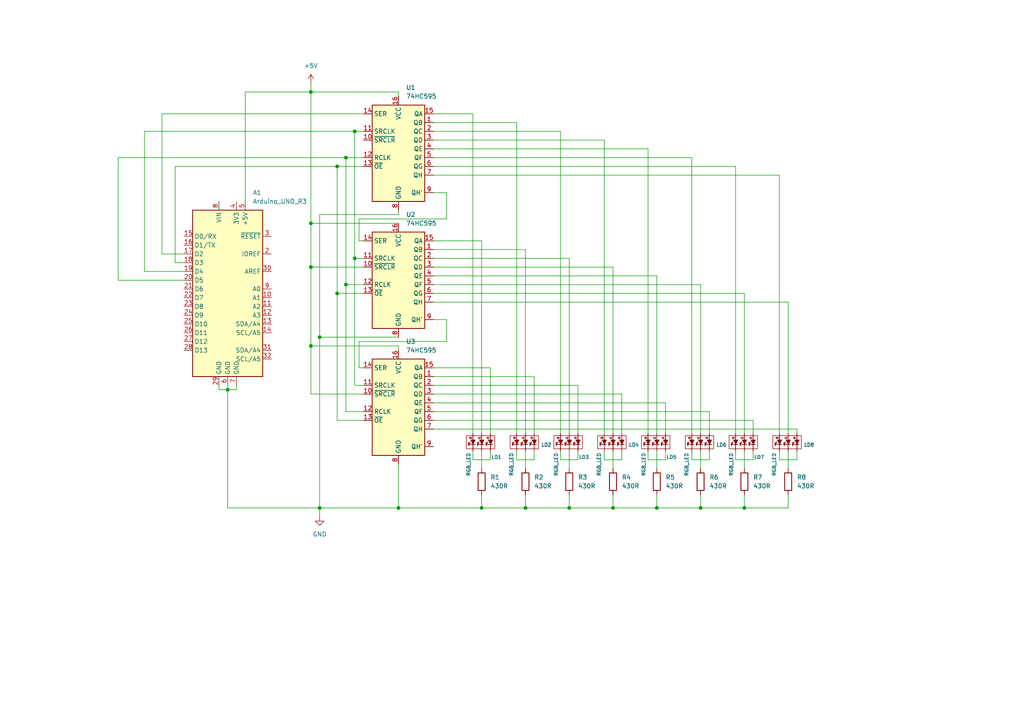
<source format=kicad_sch>
(kicad_sch (version 20231120) (generator "eeschema") (generator_version "8.0")
  (paper "A4")
  (lib_symbols
    (symbol "74xx:74HC595"
      (property "Reference" "U" (at -7.62 13.97 0))
      (property "Value" "74HC595" (at -7.62 -16.51 0))
      (symbol "74HC595_1_0"
        (pin tri_state line (at 10.16 7.62 180) (length 2.54) (name "QB") (number "1"))
        (pin input line (at -10.16 2.54 0) (length 2.54) (name "~{SRCLR}") (number "10"))
        (pin input line (at -10.16 5.08 0) (length 2.54) (name "SRCLK") (number "11"))
        (pin input line (at -10.16 -2.54 0) (length 2.54) (name "RCLK") (number "12"))
        (pin input line (at -10.16 -5.08 0) (length 2.54) (name "~{OE}") (number "13"))
        (pin input line (at -10.16 10.16 0) (length 2.54) (name "SER") (number "14"))
        (pin tri_state line (at 10.16 10.16 180) (length 2.54) (name "QA") (number "15"))
        (pin power_in line (at 0 15.24 270) (length 2.54) (name "VCC") (number "16"))
        (pin tri_state line (at 10.16 5.08 180) (length 2.54) (name "QC") (number "2"))
        (pin tri_state line (at 10.16 2.54 180) (length 2.54) (name "QD") (number "3"))
        (pin tri_state line (at 10.16 0 180) (length 2.54) (name "QE") (number "4"))
        (pin tri_state line (at 10.16 -2.54 180) (length 2.54) (name "QF") (number "5"))
        (pin tri_state line (at 10.16 -5.08 180) (length 2.54) (name "QG") (number "6"))
        (pin tri_state line (at 10.16 -7.62 180) (length 2.54) (name "QH") (number "7"))
        (pin power_in line (at 0 -17.78 90) (length 2.54) (name "GND") (number "8"))
        (pin output line (at 10.16 -12.7 180) (length 2.54) (name "QH'") (number "9"))
      )
      (symbol "74HC595_1_1"
        (rectangle (start -7.62 12.7) (end 7.62 -15.24) (stroke (width 0.254)) (fill (type background)))
      )
    )
    (symbol "Device:R" (pin_numbers hide) (pin_names (offset 0))
      (property "Reference" "R" (at 2.032 0 90))
      (property "Value" "R" (at 0 0 90))
      (symbol "R_0_1"
        (rectangle (start -1.016 -2.54) (end 1.016 2.54) (stroke (width 0.254)))
      )
      (symbol "R_1_1"
        (pin passive line (at 0 3.81 270) (length 1.27) (name "~") (number "1"))
        (pin passive line (at 0 -3.81 90) (length 1.27) (name "~") (number "2"))
      )
    )
    (symbol "MCU_Module:Arduino_UNO_R3"
      (property "Reference" "A" (at -10.16 23.495 0))
      (property "Value" "Arduino_UNO_R3" (at 5.08 -26.67 0))
      (symbol "Arduino_UNO_R3_0_1"
        (rectangle (start -10.16 22.86) (end 10.16 -25.4) (stroke (width 0.254)) (fill (type background)))
      )
      (symbol "Arduino_UNO_R3_1_1"
        (pin no_connect line (at -10.16 -20.32 0) (length 2.54) hide (name "NC") (number "1"))
        (pin bidirectional line (at 12.7 -2.54 180) (length 2.54) (name "A1") (number "10"))
        (pin bidirectional line (at 12.7 -5.08 180) (length 2.54) (name "A2") (number "11"))
        (pin bidirectional line (at 12.7 -7.62 180) (length 2.54) (name "A3") (number "12"))
        (pin bidirectional line (at 12.7 -10.16 180) (length 2.54) (name "SDA/A4") (number "13"))
        (pin bidirectional line (at 12.7 -12.7 180) (length 2.54) (name "SCL/A5") (number "14"))
        (pin bidirectional line (at -12.7 15.24 0) (length 2.54) (name "D0/RX") (number "15"))
        (pin bidirectional line (at -12.7 12.7 0) (length 2.54) (name "D1/TX") (number "16"))
        (pin bidirectional line (at -12.7 10.16 0) (length 2.54) (name "D2") (number "17"))
        (pin bidirectional line (at -12.7 7.62 0) (length 2.54) (name "D3") (number "18"))
        (pin bidirectional line (at -12.7 5.08 0) (length 2.54) (name "D4") (number "19"))
        (pin output line (at 12.7 10.16 180) (length 2.54) (name "IOREF") (number "2"))
        (pin bidirectional line (at -12.7 2.54 0) (length 2.54) (name "D5") (number "20"))
        (pin bidirectional line (at -12.7 0 0) (length 2.54) (name "D6") (number "21"))
        (pin bidirectional line (at -12.7 -2.54 0) (length 2.54) (name "D7") (number "22"))
        (pin bidirectional line (at -12.7 -5.08 0) (length 2.54) (name "D8") (number "23"))
        (pin bidirectional line (at -12.7 -7.62 0) (length 2.54) (name "D9") (number "24"))
        (pin bidirectional line (at -12.7 -10.16 0) (length 2.54) (name "D10") (number "25"))
        (pin bidirectional line (at -12.7 -12.7 0) (length 2.54) (name "D11") (number "26"))
        (pin bidirectional line (at -12.7 -15.24 0) (length 2.54) (name "D12") (number "27"))
        (pin bidirectional line (at -12.7 -17.78 0) (length 2.54) (name "D13") (number "28"))
        (pin power_in line (at -2.54 -27.94 90) (length 2.54) (name "GND") (number "29"))
        (pin input line (at 12.7 15.24 180) (length 2.54) (name "~{RESET}") (number "3"))
        (pin input line (at 12.7 5.08 180) (length 2.54) (name "AREF") (number "30"))
        (pin bidirectional line (at 12.7 -17.78 180) (length 2.54) (name "SDA/A4") (number "31"))
        (pin bidirectional line (at 12.7 -20.32 180) (length 2.54) (name "SCL/A5") (number "32"))
        (pin power_out line (at 2.54 25.4 270) (length 2.54) (name "3V3") (number "4"))
        (pin power_out line (at 5.08 25.4 270) (length 2.54) (name "+5V") (number "5"))
        (pin power_in line (at 0 -27.94 90) (length 2.54) (name "GND") (number "6"))
        (pin power_in line (at 2.54 -27.94 90) (length 2.54) (name "GND") (number "7"))
        (pin power_in line (at -2.54 25.4 270) (length 2.54) (name "VIN") (number "8"))
        (pin bidirectional line (at 12.7 0 180) (length 2.54) (name "A0") (number "9"))
      )
    )
    (symbol "power:+5V" (power) (pin_numbers hide) (pin_names (offset 0) hide)
      (property "Value" "+5V" (at 0 3.556 0))
      (symbol "+5V_0_1"
        (polyline (pts (xy -0.762 1.27) (xy 0 2.54)))
        (polyline (pts (xy 0 0) (xy 0 2.54)))
        (polyline (pts (xy 0 2.54) (xy 0.762 1.27)))
      )
      (symbol "+5V_1_1"
        (pin power_in line (at 0 0 90) (length 0) (name "~") (number "1"))
      )
    )
    (symbol "power:GND" (power) (pin_numbers hide) (pin_names (offset 0) hide)
      (property "Value" "GND" (at 0 -3.81 0))
      (symbol "GND_0_1"
        (polyline (pts (xy 0 0) (xy 0 -1.27) (xy 1.27 -1.27) (xy 0 -2.54) (xy -1.27 -1.27) (xy 0 -1.27)))
      )
      (symbol "GND_1_1"
        (pin power_in line (at 0 0 270) (length 0) (name "~") (number "1"))
      )
    )
    (symbol "w_opto:RGB_LED" (pin_numbers hide) (pin_names (offset 1.016) hide)
      (property "Reference" "LD" (at 0 5.08 0))
      (property "Value" "RGB_LED" (at 0 -5.842 0))
      (symbol "RGB_LED_0_0"
        (rectangle (start 1.905 3.81) (end -1.905 -4.445))
        (text "B" (at -1.27 -3.175 0) (effects (font (size 0.635 0.635))))
        (text "G" (at -1.27 -0.635 0) (effects (font (size 0.635 0.635))))
        (text "R" (at -1.27 1.905 0) (effects (font (size 0.635 0.635))))
      )
      (symbol "RGB_LED_0_1"
        (polyline (pts (xy -0.127 -3.302) (xy 0.381 -3.81) (xy 0.381 -3.81)))
        (polyline (pts (xy -0.127 -3.302) (xy 0.381 -3.81) (xy 0.381 -3.81)))
        (polyline (pts (xy -0.127 -0.762) (xy 0.381 -1.27) (xy 0.381 -1.27)))
        (polyline (pts (xy -0.127 -0.762) (xy 0.381 -1.27) (xy 0.381 -1.27)))
        (polyline (pts (xy -0.127 1.778) (xy 0.381 1.27) (xy 0.381 1.27)))
        (polyline (pts (xy -0.127 1.778) (xy 0.381 1.27) (xy 0.381 1.27)))
        (polyline (pts (xy 0.381 -3.302) (xy 0.889 -3.81) (xy 0.889 -3.81)))
        (polyline (pts (xy 0.381 -3.302) (xy 0.889 -3.81) (xy 0.889 -3.81)))
        (polyline (pts (xy 0.381 -0.762) (xy 0.889 -1.27) (xy 0.889 -1.27)))
        (polyline (pts (xy 0.381 -0.762) (xy 0.889 -1.27) (xy 0.889 -1.27)))
        (polyline (pts (xy 0.381 1.778) (xy 0.889 1.27) (xy 0.889 1.27)))
        (polyline (pts (xy 0.381 1.778) (xy 0.889 1.27) (xy 0.889 1.27)))
        (polyline (pts (xy 0.635 -3.175) (xy 0.635 -1.905) (xy 0.635 -1.905)))
        (polyline (pts (xy 0.635 -3.175) (xy 0.635 -1.905) (xy 0.635 -1.905)))
        (polyline (pts (xy 0.635 -0.635) (xy 0.635 0.635) (xy 0.635 0.635)))
        (polyline (pts (xy 0.635 -0.635) (xy 0.635 0.635) (xy 0.635 0.635)))
        (polyline (pts (xy 0.635 1.905) (xy 0.635 3.175) (xy 0.635 3.175)))
        (polyline (pts (xy 0.635 1.905) (xy 0.635 3.175) (xy 0.635 3.175)))
        (polyline (pts (xy 0.635 -2.54) (xy -0.635 -1.905) (xy -0.635 -3.175) (xy -0.635 -3.175)) (fill (type outline)))
        (polyline (pts (xy 0.635 -2.54) (xy -0.635 -1.905) (xy -0.635 -3.175) (xy -0.635 -3.175)) (fill (type outline)))
        (polyline (pts (xy 0.635 0) (xy -0.635 0.635) (xy -0.635 -0.635) (xy -0.635 -0.635)) (fill (type outline)))
        (polyline (pts (xy 0.635 0) (xy -0.635 0.635) (xy -0.635 -0.635) (xy -0.635 -0.635)) (fill (type outline)))
        (polyline (pts (xy 0.635 2.54) (xy -0.635 3.175) (xy -0.635 1.905) (xy -0.635 1.905)) (fill (type outline)))
        (polyline (pts (xy 0.635 2.54) (xy -0.635 3.175) (xy -0.635 1.905) (xy -0.635 1.905)) (fill (type outline)))
        (polyline (pts (xy 0.889 -3.81) (xy 0.635 -3.81) (xy 0.889 -3.556) (xy 0.889 -3.81) (xy 0.889 -3.81)) (fill (type outline)))
        (polyline (pts (xy 0.889 -3.81) (xy 0.635 -3.81) (xy 0.889 -3.556) (xy 0.889 -3.81) (xy 0.889 -3.81)) (fill (type outline)))
        (polyline (pts (xy 0.889 -1.27) (xy 0.635 -1.27) (xy 0.889 -1.016) (xy 0.889 -1.27) (xy 0.889 -1.27)) (fill (type outline)))
        (polyline (pts (xy 0.889 -1.27) (xy 0.635 -1.27) (xy 0.889 -1.016) (xy 0.889 -1.27) (xy 0.889 -1.27)) (fill (type outline)))
        (polyline (pts (xy 0.889 1.27) (xy 0.635 1.27) (xy 0.889 1.524) (xy 0.889 1.27) (xy 0.889 1.27)) (fill (type outline)))
        (polyline (pts (xy 0.889 1.27) (xy 0.635 1.27) (xy 0.889 1.524) (xy 0.889 1.27) (xy 0.889 1.27)) (fill (type outline)))
        (polyline (pts (xy 0.381 -3.81) (xy 0.127 -3.81) (xy 0.381 -3.556) (xy 0.381 -3.81) (xy 0.381 -3.81) (xy 0.381 -3.81)) (fill (type outline)))
        (polyline (pts (xy 0.381 -3.81) (xy 0.127 -3.81) (xy 0.381 -3.556) (xy 0.381 -3.81) (xy 0.381 -3.81) (xy 0.381 -3.81)) (fill (type outline)))
        (polyline (pts (xy 0.381 -1.27) (xy 0.127 -1.27) (xy 0.381 -1.016) (xy 0.381 -1.27) (xy 0.381 -1.27) (xy 0.381 -1.27)) (fill (type outline)))
        (polyline (pts (xy 0.381 -1.27) (xy 0.127 -1.27) (xy 0.381 -1.016) (xy 0.381 -1.27) (xy 0.381 -1.27) (xy 0.381 -1.27)) (fill (type outline)))
        (polyline (pts (xy 0.381 1.27) (xy 0.127 1.27) (xy 0.381 1.524) (xy 0.381 1.27) (xy 0.381 1.27) (xy 0.381 1.27)) (fill (type outline)))
        (polyline (pts (xy 0.381 1.27) (xy 0.127 1.27) (xy 0.381 1.524) (xy 0.381 1.27) (xy 0.381 1.27) (xy 0.381 1.27)) (fill (type outline)))
      )
      (symbol "RGB_LED_1_1"
        (pin passive line (at -2.54 2.54 0) (length 2.0066) (name "AR") (number "1"))
        (pin passive line (at -2.54 0 0) (length 2.0066) (name "AG") (number "2"))
        (pin passive line (at -2.54 -2.54 0) (length 2.0066) (name "AB") (number "3"))
        (pin passive line (at 2.54 -2.54 180) (length 2.0066) (name "KB") (number "4"))
        (pin passive line (at 2.54 0 180) (length 2.0066) (name "KG") (number "5"))
        (pin passive line (at 2.54 2.54 180) (length 2.0066) (name "KR") (number "6"))
      )
    )
  )
  (junction (at 190.5 147.32))
  (junction (at 203.2 147.32))
  (junction (at 97.79 48.26))
  (junction (at 102.87 38.1))
  (junction (at 92.71 147.32))
  (junction (at 90.17 26.67))
  (junction (at 177.8 147.32))
  (junction (at 90.17 77.47))
  (junction (at 92.71 97.79))
  (junction (at 215.9 147.32))
  (junction (at 100.33 45.72))
  (junction (at 139.7 147.32))
  (junction (at 90.17 100.33))
  (junction (at 152.4 147.32))
  (junction (at 165.1 147.32))
  (junction (at 90.17 64.77))
  (junction (at 100.33 82.55))
  (junction (at 115.57 147.32))
  (junction (at 66.04 113.03))
  (junction (at 102.87 74.93))
  (junction (at 97.79 85.09))
  (wire (pts (xy 97.79 85.09) (xy 97.79 121.92)))
  (wire (pts (xy 149.86 130.81) (xy 149.86 133.35)))
  (wire (pts (xy 187.96 133.35) (xy 193.04 133.35)))
  (wire (pts (xy 215.9 85.09) (xy 215.9 125.73)))
  (wire (pts (xy 97.79 48.26) (xy 105.41 48.26)))
  (wire (pts (xy 165.1 143.51) (xy 165.1 147.32)))
  (wire (pts (xy 203.2 82.55) (xy 203.2 125.73)))
  (wire (pts (xy 125.73 124.46) (xy 231.14 124.46)))
  (wire (pts (xy 162.56 130.81) (xy 162.56 133.35)))
  (wire (pts (xy 125.73 80.01) (xy 190.5 80.01)))
  (wire (pts (xy 50.8 76.2) (xy 50.8 48.26)))
  (wire (pts (xy 100.33 82.55) (xy 105.41 82.55)))
  (wire (pts (xy 63.5 111.76) (xy 63.5 113.03)))
  (wire (pts (xy 100.33 45.72) (xy 105.41 45.72)))
  (wire (pts (xy 213.36 48.26) (xy 213.36 125.73)))
  (wire (pts (xy 125.73 116.84) (xy 193.04 116.84)))
  (wire (pts (xy 180.34 114.3) (xy 180.34 125.73)))
  (wire (pts (xy 203.2 130.81) (xy 203.2 135.89)))
  (wire (pts (xy 115.57 147.32) (xy 139.7 147.32)))
  (wire (pts (xy 149.86 133.35) (xy 154.94 133.35)))
  (wire (pts (xy 165.1 130.81) (xy 165.1 135.89)))
  (wire (pts (xy 92.71 62.23) (xy 92.71 97.79)))
  (wire (pts (xy 200.66 133.35) (xy 205.74 133.35)))
  (wire (pts (xy 104.14 106.68) (xy 105.41 106.68)))
  (wire (pts (xy 92.71 97.79) (xy 92.71 147.32)))
  (wire (pts (xy 218.44 121.92) (xy 218.44 125.73)))
  (wire (pts (xy 125.73 82.55) (xy 203.2 82.55)))
  (wire (pts (xy 226.06 133.35) (xy 231.14 133.35)))
  (wire (pts (xy 180.34 133.35) (xy 180.34 130.81)))
  (wire (pts (xy 105.41 119.38) (xy 100.33 119.38)))
  (wire (pts (xy 149.86 35.56) (xy 149.86 125.73)))
  (wire (pts (xy 34.29 81.28) (xy 34.29 45.72)))
  (wire (pts (xy 34.29 45.72) (xy 100.33 45.72)))
  (wire (pts (xy 125.73 33.02) (xy 137.16 33.02)))
  (wire (pts (xy 129.54 55.88) (xy 129.54 63.5)))
  (wire (pts (xy 193.04 116.84) (xy 193.04 125.73)))
  (wire (pts (xy 102.87 38.1) (xy 41.91 38.1)))
  (wire (pts (xy 100.33 82.55) (xy 100.33 119.38)))
  (wire (pts (xy 152.4 72.39) (xy 152.4 125.73)))
  (wire (pts (xy 190.5 147.32) (xy 203.2 147.32)))
  (wire (pts (xy 125.73 77.47) (xy 177.8 77.47)))
  (wire (pts (xy 105.41 114.3) (xy 90.17 114.3)))
  (wire (pts (xy 175.26 40.64) (xy 175.26 125.73)))
  (wire (pts (xy 115.57 134.62) (xy 115.57 147.32)))
  (wire (pts (xy 177.8 77.47) (xy 177.8 125.73)))
  (wire (pts (xy 97.79 85.09) (xy 105.41 85.09)))
  (wire (pts (xy 105.41 38.1) (xy 102.87 38.1)))
  (wire (pts (xy 46.99 33.02) (xy 46.99 73.66)))
  (wire (pts (xy 167.64 133.35) (xy 167.64 130.81)))
  (wire (pts (xy 125.73 85.09) (xy 215.9 85.09)))
  (wire (pts (xy 125.73 38.1) (xy 162.56 38.1)))
  (wire (pts (xy 129.54 63.5) (xy 104.14 63.5)))
  (wire (pts (xy 228.6 87.63) (xy 228.6 125.73)))
  (wire (pts (xy 152.4 147.32) (xy 139.7 147.32)))
  (wire (pts (xy 90.17 100.33) (xy 90.17 114.3)))
  (wire (pts (xy 125.73 92.71) (xy 129.54 92.71)))
  (wire (pts (xy 125.73 87.63) (xy 228.6 87.63)))
  (wire (pts (xy 177.8 143.51) (xy 177.8 147.32)))
  (wire (pts (xy 66.04 147.32) (xy 66.04 113.03)))
  (wire (pts (xy 125.73 72.39) (xy 152.4 72.39)))
  (wire (pts (xy 63.5 113.03) (xy 66.04 113.03)))
  (wire (pts (xy 104.14 99.06) (xy 129.54 99.06)))
  (wire (pts (xy 41.91 38.1) (xy 41.91 78.74)))
  (wire (pts (xy 215.9 147.32) (xy 228.6 147.32)))
  (wire (pts (xy 205.74 119.38) (xy 205.74 125.73)))
  (wire (pts (xy 154.94 109.22) (xy 154.94 125.73)))
  (wire (pts (xy 125.73 106.68) (xy 142.24 106.68)))
  (wire (pts (xy 200.66 45.72) (xy 200.66 125.73)))
  (wire (pts (xy 71.12 58.42) (xy 71.12 26.67)))
  (wire (pts (xy 215.9 143.51) (xy 215.9 147.32)))
  (wire (pts (xy 102.87 74.93) (xy 102.87 111.76)))
  (wire (pts (xy 177.8 147.32) (xy 165.1 147.32)))
  (wire (pts (xy 139.7 130.81) (xy 139.7 135.89)))
  (wire (pts (xy 92.71 147.32) (xy 66.04 147.32)))
  (wire (pts (xy 90.17 77.47) (xy 90.17 100.33)))
  (wire (pts (xy 193.04 133.35) (xy 193.04 130.81)))
  (wire (pts (xy 125.73 114.3) (xy 180.34 114.3)))
  (wire (pts (xy 53.34 81.28) (xy 34.29 81.28)))
  (wire (pts (xy 68.58 113.03) (xy 68.58 111.76)))
  (wire (pts (xy 53.34 76.2) (xy 50.8 76.2)))
  (wire (pts (xy 226.06 130.81) (xy 226.06 133.35)))
  (wire (pts (xy 213.36 133.35) (xy 218.44 133.35)))
  (wire (pts (xy 190.5 130.81) (xy 190.5 135.89)))
  (wire (pts (xy 105.41 33.02) (xy 46.99 33.02)))
  (wire (pts (xy 90.17 64.77) (xy 90.17 26.67)))
  (wire (pts (xy 92.71 147.32) (xy 115.57 147.32)))
  (wire (pts (xy 175.26 133.35) (xy 180.34 133.35)))
  (wire (pts (xy 90.17 77.47) (xy 105.41 77.47)))
  (wire (pts (xy 165.1 74.93) (xy 165.1 125.73)))
  (wire (pts (xy 92.71 97.79) (xy 115.57 97.79)))
  (wire (pts (xy 102.87 74.93) (xy 105.41 74.93)))
  (wire (pts (xy 115.57 62.23) (xy 92.71 62.23)))
  (wire (pts (xy 142.24 106.68) (xy 142.24 125.73)))
  (wire (pts (xy 46.99 73.66) (xy 53.34 73.66)))
  (wire (pts (xy 203.2 147.32) (xy 215.9 147.32)))
  (wire (pts (xy 203.2 143.51) (xy 203.2 147.32)))
  (wire (pts (xy 165.1 147.32) (xy 152.4 147.32)))
  (wire (pts (xy 100.33 45.72) (xy 100.33 82.55)))
  (wire (pts (xy 125.73 111.76) (xy 167.64 111.76)))
  (wire (pts (xy 162.56 38.1) (xy 162.56 125.73)))
  (wire (pts (xy 66.04 113.03) (xy 68.58 113.03)))
  (wire (pts (xy 90.17 26.67) (xy 115.57 26.67)))
  (wire (pts (xy 177.8 147.32) (xy 190.5 147.32)))
  (wire (pts (xy 50.8 48.26) (xy 97.79 48.26)))
  (wire (pts (xy 104.14 69.85) (xy 105.41 69.85)))
  (wire (pts (xy 90.17 24.13) (xy 90.17 26.67)))
  (wire (pts (xy 125.73 50.8) (xy 226.06 50.8)))
  (wire (pts (xy 105.41 111.76) (xy 102.87 111.76)))
  (wire (pts (xy 215.9 130.81) (xy 215.9 135.89)))
  (wire (pts (xy 231.14 124.46) (xy 231.14 125.73)))
  (wire (pts (xy 104.14 99.06) (xy 104.14 106.68)))
  (wire (pts (xy 177.8 130.81) (xy 177.8 135.89)))
  (wire (pts (xy 90.17 64.77) (xy 90.17 77.47)))
  (wire (pts (xy 154.94 133.35) (xy 154.94 130.81)))
  (wire (pts (xy 129.54 92.71) (xy 129.54 99.06)))
  (wire (pts (xy 97.79 48.26) (xy 97.79 85.09)))
  (wire (pts (xy 139.7 147.32) (xy 139.7 143.51)))
  (wire (pts (xy 90.17 100.33) (xy 115.57 100.33)))
  (wire (pts (xy 115.57 100.33) (xy 115.57 101.6)))
  (wire (pts (xy 152.4 143.51) (xy 152.4 147.32)))
  (wire (pts (xy 71.12 26.67) (xy 90.17 26.67)))
  (wire (pts (xy 125.73 35.56) (xy 149.86 35.56)))
  (wire (pts (xy 125.73 45.72) (xy 200.66 45.72)))
  (wire (pts (xy 115.57 26.67) (xy 115.57 27.94)))
  (wire (pts (xy 167.64 111.76) (xy 167.64 125.73)))
  (wire (pts (xy 137.16 33.02) (xy 137.16 125.73)))
  (wire (pts (xy 125.73 55.88) (xy 129.54 55.88)))
  (wire (pts (xy 125.73 109.22) (xy 154.94 109.22)))
  (wire (pts (xy 115.57 64.77) (xy 90.17 64.77)))
  (wire (pts (xy 92.71 147.32) (xy 92.71 149.86)))
  (wire (pts (xy 97.79 121.92) (xy 105.41 121.92)))
  (wire (pts (xy 175.26 130.81) (xy 175.26 133.35)))
  (wire (pts (xy 115.57 60.96) (xy 115.57 62.23)))
  (wire (pts (xy 187.96 43.18) (xy 187.96 125.73)))
  (wire (pts (xy 190.5 143.51) (xy 190.5 147.32)))
  (wire (pts (xy 66.04 111.76) (xy 66.04 113.03)))
  (wire (pts (xy 231.14 133.35) (xy 231.14 130.81)))
  (wire (pts (xy 200.66 130.81) (xy 200.66 133.35)))
  (wire (pts (xy 139.7 69.85) (xy 139.7 125.73)))
  (wire (pts (xy 228.6 130.81) (xy 228.6 135.89)))
  (wire (pts (xy 125.73 40.64) (xy 175.26 40.64)))
  (wire (pts (xy 228.6 143.51) (xy 228.6 147.32)))
  (wire (pts (xy 125.73 48.26) (xy 213.36 48.26)))
  (wire (pts (xy 41.91 78.74) (xy 53.34 78.74)))
  (wire (pts (xy 137.16 130.81) (xy 137.16 133.35)))
  (wire (pts (xy 125.73 69.85) (xy 139.7 69.85)))
  (wire (pts (xy 102.87 38.1) (xy 102.87 74.93)))
  (wire (pts (xy 226.06 50.8) (xy 226.06 125.73)))
  (wire (pts (xy 187.96 130.81) (xy 187.96 133.35)))
  (wire (pts (xy 205.74 133.35) (xy 205.74 130.81)))
  (wire (pts (xy 125.73 119.38) (xy 205.74 119.38)))
  (wire (pts (xy 137.16 133.35) (xy 142.24 133.35)))
  (wire (pts (xy 162.56 133.35) (xy 167.64 133.35)))
  (wire (pts (xy 125.73 121.92) (xy 218.44 121.92)))
  (wire (pts (xy 125.73 74.93) (xy 165.1 74.93)))
  (wire (pts (xy 190.5 80.01) (xy 190.5 125.73)))
  (wire (pts (xy 142.24 133.35) (xy 142.24 130.81)))
  (wire (pts (xy 213.36 130.81) (xy 213.36 133.35)))
  (wire (pts (xy 104.14 63.5) (xy 104.14 69.85)))
  (wire (pts (xy 152.4 130.81) (xy 152.4 135.89)))
  (wire (pts (xy 218.44 133.35) (xy 218.44 130.81)))
  (wire (pts (xy 125.73 43.18) (xy 187.96 43.18)))
  (symbol (lib_id "Device:R") (at 165.1 139.7 0) (unit 1)
    (property "Reference" "R3" (at 167.64 138.4299 0) (effects (justify left)))
    (property "Value" "430R" (at 167.64 140.9699 0) (effects (justify left)))
    (property "Description" "Resistor" (effects (hide yes)))
  )
  (symbol (lib_id "w_opto:RGB_LED") (at 215.9 128.27 270) (unit 1)
    (property "Reference" "LD7" (at 218.694 132.588 90) (effects (font (size 1.016 1.016)) (justify left)))
    (property "Value" "RGB_LED" (at 212.09 131.318 0) (effects (font (size 1.016 1.016)) (justify left)))
    (property "Description" "RGB LED" (effects (hide yes)))
  )
  (symbol (lib_id "power:GND") (at 92.71 149.86 0) (unit 1)
    (property "Reference" "#PWR01" (effects (hide yes)))
    (property "Value" "GND" (at 92.71 154.94 0))
    (property "Description" "Power symbol creates a global label with name \"GND\" , ground" (effects (hide yes)))
  )
  (symbol (lib_id "w_opto:RGB_LED") (at 203.2 128.27 270) (unit 1)
    (property "Reference" "LD6" (at 207.772 129.032 90) (effects (font (size 1.016 1.016)) (justify left)))
    (property "Value" "RGB_LED" (at 199.136 131.318 0) (effects (font (size 1.016 1.016)) (justify left)))
    (property "Description" "RGB LED" (effects (hide yes)))
  )
  (symbol (lib_id "w_opto:RGB_LED") (at 177.8 128.27 270) (unit 1)
    (property "Reference" "LD4" (at 182.372 129.032 90) (effects (font (size 1.016 1.016)) (justify left)))
    (property "Value" "RGB_LED" (at 173.736 131.318 0) (effects (font (size 1.016 1.016)) (justify left)))
    (property "Description" "RGB LED" (effects (hide yes)))
  )
  (symbol (lib_id "Device:R") (at 152.4 139.7 0) (unit 1)
    (property "Reference" "R2" (at 154.94 138.4299 0) (effects (justify left)))
    (property "Value" "430R" (at 154.94 140.9699 0) (effects (justify left)))
    (property "Description" "Resistor" (effects (hide yes)))
  )
  (symbol (lib_id "74xx:74HC595") (at 115.57 43.18 0) (unit 1)
    (property "Reference" "U1" (at 117.7641 25.4 0) (effects (justify left)))
    (property "Value" "74HC595" (at 117.7641 27.94 0) (effects (justify left)))
    (property "Datasheet" "http://www.ti.com/lit/ds/symlink/sn74hc595.pdf" (effects (hide yes)))
    (property "Description" "8-bit serial in/out Shift Register 3-State Outputs" (effects (hide yes)))
  )
  (symbol (lib_id "w_opto:RGB_LED") (at 165.1 128.27 270) (unit 1)
    (property "Reference" "LD3" (at 167.894 132.588 90) (effects (font (size 1.016 1.016)) (justify left)))
    (property "Value" "RGB_LED" (at 161.29 131.318 0) (effects (font (size 1.016 1.016)) (justify left)))
    (property "Description" "RGB LED" (effects (hide yes)))
  )
  (symbol (lib_id "Device:R") (at 228.6 139.7 0) (unit 1)
    (property "Reference" "R8" (at 231.14 138.4299 0) (effects (justify left)))
    (property "Value" "430R" (at 231.14 140.9699 0) (effects (justify left)))
    (property "Description" "Resistor" (effects (hide yes)))
  )
  (symbol (lib_id "w_opto:RGB_LED") (at 152.4 128.27 270) (unit 1)
    (property "Reference" "LD2" (at 156.972 129.032 90) (effects (font (size 1.016 1.016)) (justify left)))
    (property "Value" "RGB_LED" (at 148.336 131.318 0) (effects (font (size 1.016 1.016)) (justify left)))
    (property "Description" "RGB LED" (effects (hide yes)))
  )
  (symbol (lib_id "Device:R") (at 139.7 139.7 0) (unit 1)
    (property "Reference" "R1" (at 142.24 138.4299 0) (effects (justify left)))
    (property "Value" "430R" (at 142.24 140.9699 0) (effects (justify left)))
    (property "Description" "Resistor" (effects (hide yes)))
  )
  (symbol (lib_id "74xx:74HC595") (at 115.57 116.84 0) (unit 1)
    (property "Reference" "U3" (at 117.7641 99.06 0) (effects (justify left)))
    (property "Value" "74HC595" (at 117.7641 101.6 0) (effects (justify left)))
    (property "Datasheet" "http://www.ti.com/lit/ds/symlink/sn74hc595.pdf" (effects (hide yes)))
    (property "Description" "8-bit serial in/out Shift Register 3-State Outputs" (effects (hide yes)))
  )
  (symbol (lib_id "w_opto:RGB_LED") (at 139.7 128.27 270) (unit 1)
    (property "Reference" "LD1" (at 142.494 132.588 90) (effects (font (size 1.016 1.016)) (justify left)))
    (property "Value" "RGB_LED" (at 135.89 131.318 0) (effects (font (size 1.016 1.016)) (justify left)))
    (property "Description" "RGB LED" (effects (hide yes)))
  )
  (symbol (lib_id "w_opto:RGB_LED") (at 190.5 128.27 270) (unit 1)
    (property "Reference" "LD5" (at 193.294 132.588 90) (effects (font (size 1.016 1.016)) (justify left)))
    (property "Value" "RGB_LED" (at 186.69 131.318 0) (effects (font (size 1.016 1.016)) (justify left)))
    (property "Description" "RGB LED" (effects (hide yes)))
  )
  (symbol (lib_id "Device:R") (at 215.9 139.7 0) (unit 1)
    (property "Reference" "R7" (at 218.44 138.4299 0) (effects (justify left)))
    (property "Value" "430R" (at 218.44 140.9699 0) (effects (justify left)))
    (property "Description" "Resistor" (effects (hide yes)))
  )
  (symbol (lib_id "Device:R") (at 177.8 139.7 0) (unit 1)
    (property "Reference" "R4" (at 180.34 138.4299 0) (effects (justify left)))
    (property "Value" "430R" (at 180.34 140.9699 0) (effects (justify left)))
    (property "Description" "Resistor" (effects (hide yes)))
  )
  (symbol (lib_id "w_opto:RGB_LED") (at 228.6 128.27 270) (unit 1)
    (property "Reference" "LD8" (at 233.172 129.032 90) (effects (font (size 1.016 1.016)) (justify left)))
    (property "Value" "RGB_LED" (at 224.536 131.318 0) (effects (font (size 1.016 1.016)) (justify left)))
    (property "Description" "RGB LED" (effects (hide yes)))
  )
  (symbol (lib_id "MCU_Module:Arduino_UNO_R3") (at 66.04 83.82 0) (unit 1)
    (property "Reference" "A1" (at 73.3141 55.88 0) (effects (justify left)))
    (property "Value" "Arduino_UNO_R3" (at 73.3141 58.42 0) (effects (justify left)))
    (property "Footprint" "Module:Arduino_UNO_R3" (effects (hide yes)))
    (property "Datasheet" "https://www.arduino.cc/en/Main/arduinoBoardUno" (effects (hide yes)))
    (property "Description" "Arduino UNO Microcontroller Module, release 3" (effects (hide yes)))
  )
  (symbol (lib_id "Device:R") (at 203.2 139.7 0) (unit 1)
    (property "Reference" "R6" (at 205.74 138.4299 0) (effects (justify left)))
    (property "Value" "430R" (at 205.74 140.9699 0) (effects (justify left)))
    (property "Description" "Resistor" (effects (hide yes)))
  )
  (symbol (lib_id "74xx:74HC595") (at 115.57 80.01 0) (unit 1)
    (property "Reference" "U2" (at 117.7641 62.23 0) (effects (justify left)))
    (property "Value" "74HC595" (at 117.7641 64.77 0) (effects (justify left)))
    (property "Datasheet" "http://www.ti.com/lit/ds/symlink/sn74hc595.pdf" (effects (hide yes)))
    (property "Description" "8-bit serial in/out Shift Register 3-State Outputs" (effects (hide yes)))
  )
  (symbol (lib_id "Device:R") (at 190.5 139.7 0) (unit 1)
    (property "Reference" "R5" (at 193.04 138.4299 0) (effects (justify left)))
    (property "Value" "430R" (at 193.04 140.9699 0) (effects (justify left)))
    (property "Description" "Resistor" (effects (hide yes)))
  )
  (symbol (lib_id "power:+5V") (at 90.17 24.13 0) (unit 1)
    (property "Reference" "#PWR02" (effects (hide yes)))
    (property "Value" "+5V" (at 90.17 19.05 0))
    (property "Description" "Power symbol creates a global label with name \"+5V\"" (effects (hide yes)))
  )
)
</source>
